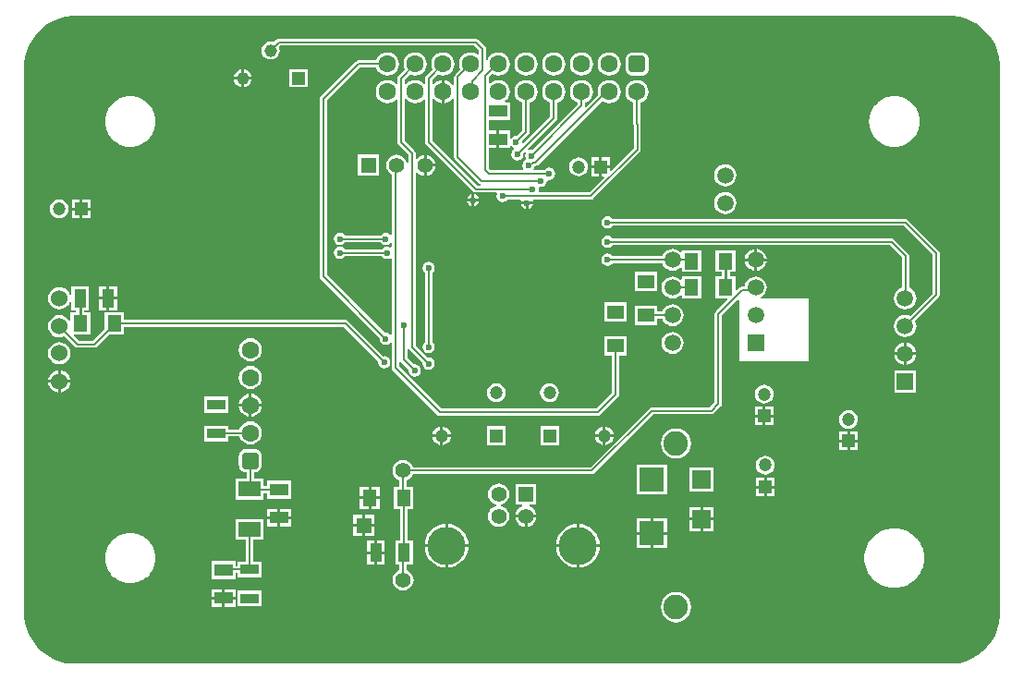
<source format=gbl>
G04*
G04 #@! TF.GenerationSoftware,Altium Limited,Altium Designer,21.3.2 (30)*
G04*
G04 Layer_Physical_Order=2*
G04 Layer_Color=16711680*
%FSLAX25Y25*%
%MOIN*%
G70*
G04*
G04 #@! TF.SameCoordinates,90E1903C-9E0C-4C1D-B8CF-915D6ECFEAAF*
G04*
G04*
G04 #@! TF.FilePolarity,Positive*
G04*
G01*
G75*
%ADD14C,0.00500*%
%ADD15C,0.01000*%
%ADD20R,0.04352X0.06528*%
%ADD26R,0.04724X0.04724*%
%ADD27C,0.04724*%
%ADD30R,0.05984X0.05984*%
%ADD31C,0.05984*%
%ADD32R,0.04528X0.04528*%
%ADD33C,0.04528*%
%ADD38R,0.05591X0.05591*%
%ADD40C,0.05591*%
%ADD41C,0.13780*%
%ADD42R,0.04724X0.04724*%
%ADD44R,0.05512X0.05512*%
%ADD45C,0.05512*%
%ADD50R,0.05906X0.05906*%
%ADD51C,0.05906*%
%ADD52C,0.06299*%
G04:AMPARAMS|DCode=53|XSize=62.99mil|YSize=62.99mil|CornerRadius=15.75mil|HoleSize=0mil|Usage=FLASHONLY|Rotation=90.000|XOffset=0mil|YOffset=0mil|HoleType=Round|Shape=RoundedRectangle|*
%AMROUNDEDRECTD53*
21,1,0.06299,0.03150,0,0,90.0*
21,1,0.03150,0.06299,0,0,90.0*
1,1,0.03150,0.01575,0.01575*
1,1,0.03150,0.01575,-0.01575*
1,1,0.03150,-0.01575,-0.01575*
1,1,0.03150,-0.01575,0.01575*
%
%ADD53ROUNDEDRECTD53*%
G04:AMPARAMS|DCode=54|XSize=62.99mil|YSize=62.99mil|CornerRadius=15.75mil|HoleSize=0mil|Usage=FLASHONLY|Rotation=180.000|XOffset=0mil|YOffset=0mil|HoleType=Round|Shape=RoundedRectangle|*
%AMROUNDEDRECTD54*
21,1,0.06299,0.03150,0,0,180.0*
21,1,0.03150,0.06299,0,0,180.0*
1,1,0.03150,-0.01575,0.01575*
1,1,0.03150,0.01575,0.01575*
1,1,0.03150,0.01575,-0.01575*
1,1,0.03150,-0.01575,-0.01575*
%
%ADD54ROUNDEDRECTD54*%
%ADD55C,0.08858*%
%ADD56C,0.06000*%
%ADD57C,0.02362*%
%ADD58R,0.05906X0.05118*%
%ADD59R,0.06528X0.04352*%
%ADD60R,0.05118X0.05906*%
%ADD61R,0.06528X0.03764*%
%ADD62R,0.07992X0.05512*%
%ADD63R,0.08898X0.08504*%
%ADD64R,0.06614X0.06693*%
G36*
X338259Y234700D02*
X340599Y234073D01*
X342837Y233146D01*
X344935Y231935D01*
X346857Y230460D01*
X348570Y228747D01*
X350045Y226825D01*
X351256Y224727D01*
X352183Y222489D01*
X352810Y220149D01*
X353127Y217747D01*
Y216535D01*
Y19685D01*
Y18474D01*
X352810Y16072D01*
X352183Y13732D01*
X351256Y11494D01*
X350045Y9396D01*
X348570Y7474D01*
X346857Y5761D01*
X344935Y4286D01*
X342837Y3074D01*
X340599Y2147D01*
X338259Y1520D01*
X335857Y1204D01*
X18474D01*
X16072Y1520D01*
X13732Y2147D01*
X11494Y3074D01*
X9396Y4286D01*
X7474Y5761D01*
X5761Y7474D01*
X4286Y9396D01*
X3074Y11494D01*
X2147Y13732D01*
X1520Y16072D01*
X1204Y18474D01*
Y19685D01*
Y216535D01*
Y217747D01*
X1520Y220149D01*
X2147Y222489D01*
X3074Y224727D01*
X4286Y226825D01*
X5761Y228747D01*
X7474Y230460D01*
X9396Y231935D01*
X11494Y233146D01*
X13732Y234073D01*
X16072Y234700D01*
X18474Y235016D01*
X335857D01*
X338259Y234700D01*
D02*
G37*
%LPC*%
G36*
X164000Y226775D02*
X93000D01*
X92512Y226677D01*
X92099Y226401D01*
X91224Y225526D01*
X90852Y225680D01*
X90000Y225792D01*
X89148Y225680D01*
X88354Y225351D01*
X87672Y224828D01*
X87149Y224146D01*
X86820Y223352D01*
X86708Y222500D01*
X86820Y221648D01*
X87149Y220854D01*
X87672Y220172D01*
X88354Y219649D01*
X89148Y219320D01*
X90000Y219208D01*
X90852Y219320D01*
X91646Y219649D01*
X92328Y220172D01*
X92851Y220854D01*
X93180Y221648D01*
X93292Y222500D01*
X93180Y223352D01*
X93026Y223724D01*
X93528Y224225D01*
X163472D01*
X165226Y222472D01*
Y221111D01*
X164725Y220864D01*
X164258Y221223D01*
X163249Y221641D01*
X162165Y221784D01*
X161082Y221641D01*
X160073Y221223D01*
X159206Y220558D01*
X158541Y219691D01*
X158123Y218682D01*
X157980Y217598D01*
X158123Y216515D01*
X158461Y215697D01*
X156599Y213834D01*
X156323Y213421D01*
X156226Y212933D01*
Y209909D01*
X156059Y209825D01*
X155726Y209775D01*
X155125Y210558D01*
X154258Y211223D01*
X153249Y211641D01*
X152665Y211718D01*
Y207598D01*
Y203479D01*
X153249Y203556D01*
X154258Y203974D01*
X155125Y204639D01*
X155726Y205422D01*
X156059Y205371D01*
X156226Y205288D01*
Y184000D01*
X156323Y183512D01*
X156599Y183099D01*
X165099Y174599D01*
X165512Y174322D01*
X165754Y174275D01*
X165705Y173775D01*
X164528D01*
X148275Y190028D01*
Y205031D01*
X148775Y205201D01*
X149206Y204639D01*
X150073Y203974D01*
X151082Y203556D01*
X151665Y203479D01*
Y207598D01*
Y211718D01*
X151082Y211641D01*
X150073Y211223D01*
X149206Y210558D01*
X148775Y209996D01*
X148275Y210166D01*
Y211905D01*
X150264Y213895D01*
X151082Y213556D01*
X152165Y213413D01*
X153249Y213556D01*
X154258Y213974D01*
X155125Y214639D01*
X155790Y215506D01*
X156208Y216515D01*
X156351Y217598D01*
X156208Y218682D01*
X155790Y219691D01*
X155125Y220558D01*
X154258Y221223D01*
X153249Y221641D01*
X152165Y221784D01*
X151082Y221641D01*
X150073Y221223D01*
X149206Y220558D01*
X148541Y219691D01*
X148123Y218682D01*
X147980Y217598D01*
X148123Y216515D01*
X148461Y215697D01*
X146099Y213334D01*
X145823Y212921D01*
X145726Y212433D01*
Y210553D01*
X145252Y210392D01*
X145125Y210558D01*
X144258Y211223D01*
X143249Y211641D01*
X142165Y211784D01*
X141082Y211641D01*
X140073Y211223D01*
X139206Y210558D01*
X138775Y209996D01*
X138275Y210166D01*
Y211905D01*
X140264Y213895D01*
X141082Y213556D01*
X142165Y213413D01*
X143249Y213556D01*
X144258Y213974D01*
X145125Y214639D01*
X145790Y215506D01*
X146208Y216515D01*
X146351Y217598D01*
X146208Y218682D01*
X145790Y219691D01*
X145125Y220558D01*
X144258Y221223D01*
X143249Y221641D01*
X142165Y221784D01*
X141082Y221641D01*
X140073Y221223D01*
X139206Y220558D01*
X138541Y219691D01*
X138123Y218682D01*
X137980Y217598D01*
X138123Y216515D01*
X138461Y215697D01*
X136099Y213334D01*
X135822Y212921D01*
X135725Y212433D01*
Y210553D01*
X135252Y210392D01*
X135125Y210558D01*
X134258Y211223D01*
X133249Y211641D01*
X132165Y211784D01*
X131082Y211641D01*
X130073Y211223D01*
X129206Y210558D01*
X128541Y209691D01*
X128123Y208682D01*
X127980Y207598D01*
X128123Y206515D01*
X128541Y205506D01*
X129206Y204639D01*
X130073Y203974D01*
X131082Y203556D01*
X132165Y203413D01*
X133249Y203556D01*
X134258Y203974D01*
X135125Y204639D01*
X135252Y204805D01*
X135725Y204644D01*
Y189500D01*
X135822Y189012D01*
X136099Y188599D01*
X139725Y184972D01*
Y181971D01*
X139225Y181938D01*
X139207Y182083D01*
X138828Y182996D01*
X138226Y183781D01*
X137441Y184383D01*
X136528Y184762D01*
X135547Y184891D01*
X134567Y184762D01*
X133653Y184383D01*
X132869Y183781D01*
X132266Y182996D01*
X131888Y182083D01*
X131759Y181102D01*
X131888Y180122D01*
X132266Y179208D01*
X132869Y178424D01*
X133653Y177822D01*
X133726Y177792D01*
Y155995D01*
X133226Y155843D01*
X133072Y156072D01*
X132351Y156554D01*
X131500Y156724D01*
X130649Y156554D01*
X129928Y156072D01*
X129728Y155774D01*
X116772D01*
X116572Y156072D01*
X115851Y156554D01*
X115000Y156724D01*
X114149Y156554D01*
X113427Y156072D01*
X112945Y155351D01*
X112776Y154500D01*
X112945Y153649D01*
X113427Y152927D01*
X114149Y152445D01*
X115000Y152276D01*
X115851Y152445D01*
X116572Y152927D01*
X116772Y153226D01*
X129728D01*
X129928Y152927D01*
X130649Y152445D01*
X131500Y152276D01*
X132351Y152445D01*
X133072Y152927D01*
X133226Y153156D01*
X133726Y153005D01*
Y151572D01*
X133226Y151304D01*
X132851Y151555D01*
X132000Y151724D01*
X131149Y151555D01*
X130428Y151073D01*
X130228Y150775D01*
X116772D01*
X116572Y151073D01*
X115851Y151555D01*
X115000Y151724D01*
X114149Y151555D01*
X113427Y151073D01*
X112945Y150351D01*
X112776Y149500D01*
X112945Y148649D01*
X113427Y147927D01*
X114149Y147445D01*
X115000Y147276D01*
X115851Y147445D01*
X116572Y147927D01*
X116772Y148225D01*
X130228D01*
X130428Y147927D01*
X131149Y147445D01*
X132000Y147276D01*
X132851Y147445D01*
X133226Y147696D01*
X133726Y147428D01*
Y119995D01*
X133226Y119843D01*
X133072Y120072D01*
X132351Y120554D01*
X131500Y120724D01*
X131149Y120654D01*
X110275Y141528D01*
Y204472D01*
X122126Y216324D01*
X128202D01*
X128541Y215506D01*
X129206Y214639D01*
X130073Y213974D01*
X131082Y213556D01*
X132165Y213413D01*
X133249Y213556D01*
X134258Y213974D01*
X135125Y214639D01*
X135790Y215506D01*
X136208Y216515D01*
X136351Y217598D01*
X136208Y218682D01*
X135790Y219691D01*
X135125Y220558D01*
X134258Y221223D01*
X133249Y221641D01*
X132165Y221784D01*
X131082Y221641D01*
X130073Y221223D01*
X129206Y220558D01*
X128541Y219691D01*
X128202Y218873D01*
X121598D01*
X121111Y218776D01*
X120697Y218500D01*
X108099Y205901D01*
X107823Y205488D01*
X107726Y205000D01*
Y141000D01*
X107823Y140512D01*
X108099Y140099D01*
X129346Y118851D01*
X129276Y118500D01*
X129446Y117649D01*
X129928Y116928D01*
X130649Y116446D01*
X131500Y116276D01*
X132351Y116446D01*
X133072Y116928D01*
X133226Y117157D01*
X133726Y117005D01*
Y108000D01*
X133823Y107512D01*
X134099Y107099D01*
X150099Y91099D01*
X150512Y90822D01*
X151000Y90725D01*
X208000D01*
X208488Y90822D01*
X208901Y91099D01*
X215401Y97599D01*
X215677Y98012D01*
X215774Y98500D01*
Y112339D01*
X218453D01*
Y119457D01*
X210547D01*
Y112339D01*
X213226D01*
Y99028D01*
X207472Y93274D01*
X151528D01*
X136275Y108528D01*
Y110705D01*
X136775Y110754D01*
X136822Y110512D01*
X137099Y110099D01*
X139846Y107352D01*
X139776Y107000D01*
X139945Y106149D01*
X140427Y105428D01*
X141149Y104946D01*
X142000Y104776D01*
X142851Y104946D01*
X143572Y105428D01*
X144054Y106149D01*
X144224Y107000D01*
X144054Y107851D01*
X143572Y108572D01*
X142851Y109055D01*
X142000Y109224D01*
X141648Y109154D01*
X139275Y111528D01*
Y115205D01*
X139775Y115254D01*
X139822Y115012D01*
X140099Y114599D01*
X144846Y109852D01*
X144776Y109500D01*
X144946Y108649D01*
X145428Y107928D01*
X146149Y107446D01*
X147000Y107276D01*
X147851Y107446D01*
X148573Y107928D01*
X149055Y108649D01*
X149224Y109500D01*
X149055Y110351D01*
X148573Y111073D01*
X147851Y111555D01*
X147000Y111724D01*
X146649Y111654D01*
X142274Y116028D01*
Y178684D01*
X142774Y178854D01*
X143105Y178424D01*
X143889Y177822D01*
X144803Y177443D01*
X145283Y177380D01*
Y181102D01*
Y184825D01*
X144803Y184762D01*
X143889Y184383D01*
X143105Y183781D01*
X142774Y183351D01*
X142274Y183520D01*
Y185500D01*
X142177Y185988D01*
X141901Y186401D01*
X138275Y190028D01*
Y205031D01*
X138775Y205201D01*
X139206Y204639D01*
X140073Y203974D01*
X141082Y203556D01*
X142165Y203413D01*
X143249Y203556D01*
X144258Y203974D01*
X145125Y204639D01*
X145252Y204805D01*
X145726Y204644D01*
Y189500D01*
X145823Y189012D01*
X146099Y188599D01*
X163099Y171599D01*
X163512Y171323D01*
X164000Y171226D01*
X171308D01*
X171588Y170726D01*
X171444Y170000D01*
X171613Y169149D01*
X172095Y168428D01*
X172817Y167946D01*
X173668Y167776D01*
X174519Y167946D01*
X175240Y168428D01*
X175439Y168726D01*
X180140D01*
X180420Y168226D01*
X180376Y168000D01*
X184624D01*
X184580Y168226D01*
X184860Y168726D01*
X205500D01*
X205988Y168823D01*
X206401Y169099D01*
X223194Y185892D01*
X223470Y186305D01*
X223567Y186793D01*
Y195792D01*
X223470Y196280D01*
X223440Y196326D01*
Y203635D01*
X224258Y203974D01*
X225125Y204639D01*
X225790Y205506D01*
X226208Y206515D01*
X226351Y207598D01*
X226208Y208682D01*
X225790Y209691D01*
X225125Y210558D01*
X224258Y211223D01*
X223249Y211641D01*
X222165Y211784D01*
X221082Y211641D01*
X220073Y211223D01*
X219206Y210558D01*
X218541Y209691D01*
X218123Y208682D01*
X217980Y207598D01*
X218123Y206515D01*
X218541Y205506D01*
X219206Y204639D01*
X220073Y203974D01*
X220891Y203635D01*
Y195920D01*
X220988Y195432D01*
X221018Y195387D01*
Y187321D01*
X212824Y179127D01*
X212362Y179318D01*
Y180000D01*
X209500D01*
Y177138D01*
X210182D01*
X210373Y176676D01*
X204972Y171274D01*
X186860D01*
X186580Y171774D01*
X186724Y172500D01*
X186637Y172938D01*
X187062Y173363D01*
X187500Y173276D01*
X188351Y173445D01*
X189073Y173927D01*
X189555Y174649D01*
X189716Y175461D01*
X189724Y175500D01*
X190165Y175843D01*
X190500Y175776D01*
X191351Y175945D01*
X192072Y176427D01*
X192554Y177149D01*
X192724Y178000D01*
X192554Y178851D01*
X192072Y179572D01*
X191351Y180054D01*
X190500Y180224D01*
X189649Y180054D01*
X188927Y179572D01*
X188728Y179274D01*
X185072D01*
X184804Y179774D01*
X185055Y180149D01*
X185183Y180794D01*
X185569D01*
X186057Y180891D01*
X186470Y181168D01*
X209622Y204320D01*
X210073Y203974D01*
X211082Y203556D01*
X212165Y203413D01*
X213249Y203556D01*
X214258Y203974D01*
X215125Y204639D01*
X215790Y205506D01*
X216208Y206515D01*
X216351Y207598D01*
X216208Y208682D01*
X215790Y209691D01*
X215125Y210558D01*
X214258Y211223D01*
X213249Y211641D01*
X212165Y211784D01*
X211082Y211641D01*
X210073Y211223D01*
X209206Y210558D01*
X208541Y209691D01*
X208123Y208682D01*
X207980Y207598D01*
X208123Y206515D01*
X208149Y206451D01*
X203847Y202149D01*
X203386Y202396D01*
X203440Y202665D01*
Y203635D01*
X204258Y203974D01*
X205125Y204639D01*
X205790Y205506D01*
X206208Y206515D01*
X206351Y207598D01*
X206208Y208682D01*
X205790Y209691D01*
X205125Y210558D01*
X204258Y211223D01*
X203249Y211641D01*
X202165Y211784D01*
X201082Y211641D01*
X200073Y211223D01*
X199206Y210558D01*
X198541Y209691D01*
X198123Y208682D01*
X197980Y207598D01*
X198123Y206515D01*
X198541Y205506D01*
X199206Y204639D01*
X200073Y203974D01*
X200820Y203664D01*
X200870Y203173D01*
X184352Y186654D01*
X184000Y186724D01*
X183149Y186555D01*
X182893Y186384D01*
X182574Y186772D01*
X193067Y197264D01*
X193343Y197678D01*
X193440Y198165D01*
Y203635D01*
X194258Y203974D01*
X195125Y204639D01*
X195790Y205506D01*
X196208Y206515D01*
X196351Y207598D01*
X196208Y208682D01*
X195790Y209691D01*
X195125Y210558D01*
X194258Y211223D01*
X193249Y211641D01*
X192165Y211784D01*
X191082Y211641D01*
X190073Y211223D01*
X189206Y210558D01*
X188541Y209691D01*
X188123Y208682D01*
X187980Y207598D01*
X188123Y206515D01*
X188541Y205506D01*
X189206Y204639D01*
X190073Y203974D01*
X190891Y203635D01*
Y198693D01*
X181118Y188921D01*
X180658Y189167D01*
X180724Y189500D01*
X180654Y189851D01*
X183067Y192264D01*
X183343Y192678D01*
X183440Y193165D01*
Y203635D01*
X184258Y203974D01*
X185125Y204639D01*
X185790Y205506D01*
X186208Y206515D01*
X186351Y207598D01*
X186208Y208682D01*
X185790Y209691D01*
X185125Y210558D01*
X184258Y211223D01*
X183249Y211641D01*
X182165Y211784D01*
X181082Y211641D01*
X180073Y211223D01*
X179206Y210558D01*
X178541Y209691D01*
X178123Y208682D01*
X177980Y207598D01*
X178123Y206515D01*
X178541Y205506D01*
X179206Y204639D01*
X180073Y203974D01*
X180891Y203635D01*
Y193693D01*
X178851Y191654D01*
X178500Y191724D01*
X177649Y191554D01*
X176927Y191072D01*
X176764Y190828D01*
X176264Y190980D01*
Y193651D01*
X172500D01*
Y190475D01*
Y187299D01*
X176264D01*
Y188020D01*
X176764Y188172D01*
X176927Y187927D01*
X177649Y187445D01*
X177792Y187417D01*
X177897Y186886D01*
X177427Y186573D01*
X176945Y185851D01*
X176776Y185000D01*
X176945Y184149D01*
X177427Y183428D01*
X178149Y182946D01*
X179000Y182776D01*
X179851Y182946D01*
X180572Y183428D01*
X181054Y184149D01*
X181224Y185000D01*
X181154Y185352D01*
X181728Y185926D01*
X182116Y185607D01*
X181946Y185351D01*
X181776Y184500D01*
X181946Y183649D01*
X182042Y183504D01*
X181904Y182891D01*
X181428Y182572D01*
X180946Y181851D01*
X180776Y181000D01*
X180946Y180149D01*
X181196Y179774D01*
X180928Y179274D01*
X169321D01*
X168774Y179821D01*
Y187299D01*
X171500D01*
Y190475D01*
Y193651D01*
X168774D01*
Y197349D01*
X176264D01*
Y203701D01*
X174724D01*
X174555Y204201D01*
X175125Y204639D01*
X175790Y205506D01*
X176208Y206515D01*
X176351Y207598D01*
X176208Y208682D01*
X175790Y209691D01*
X175125Y210558D01*
X174258Y211223D01*
X173249Y211641D01*
X172165Y211784D01*
X171082Y211641D01*
X170073Y211223D01*
X169274Y210611D01*
X168774Y210735D01*
Y212972D01*
X169905Y214103D01*
X170073Y213974D01*
X171082Y213556D01*
X172165Y213413D01*
X173249Y213556D01*
X174258Y213974D01*
X175125Y214639D01*
X175790Y215506D01*
X176208Y216515D01*
X176351Y217598D01*
X176208Y218682D01*
X175790Y219691D01*
X175125Y220558D01*
X174258Y221223D01*
X173249Y221641D01*
X172165Y221784D01*
X171082Y221641D01*
X170073Y221223D01*
X169206Y220558D01*
X168541Y219691D01*
X168274Y219049D01*
X167774Y219148D01*
Y223000D01*
X167677Y223488D01*
X167401Y223901D01*
X164901Y226401D01*
X164488Y226677D01*
X164000Y226775D01*
D02*
G37*
G36*
X223740Y221770D02*
X220590D01*
X219918Y221682D01*
X219292Y221422D01*
X218754Y221010D01*
X218341Y220472D01*
X218082Y219845D01*
X217993Y219173D01*
Y216024D01*
X218082Y215352D01*
X218341Y214725D01*
X218754Y214187D01*
X219292Y213774D01*
X219918Y213515D01*
X220590Y213427D01*
X223740D01*
X224412Y213515D01*
X225039Y213774D01*
X225576Y214187D01*
X225989Y214725D01*
X226249Y215352D01*
X226337Y216024D01*
Y219173D01*
X226249Y219845D01*
X225989Y220472D01*
X225576Y221010D01*
X225039Y221422D01*
X224412Y221682D01*
X223740Y221770D01*
D02*
G37*
G36*
X212165Y221784D02*
X211082Y221641D01*
X210073Y221223D01*
X209206Y220558D01*
X208541Y219691D01*
X208123Y218682D01*
X207980Y217598D01*
X208123Y216515D01*
X208541Y215506D01*
X209206Y214639D01*
X210073Y213974D01*
X211082Y213556D01*
X212165Y213413D01*
X213249Y213556D01*
X214258Y213974D01*
X215125Y214639D01*
X215790Y215506D01*
X216208Y216515D01*
X216351Y217598D01*
X216208Y218682D01*
X215790Y219691D01*
X215125Y220558D01*
X214258Y221223D01*
X213249Y221641D01*
X212165Y221784D01*
D02*
G37*
G36*
X202165D02*
X201082Y221641D01*
X200073Y221223D01*
X199206Y220558D01*
X198541Y219691D01*
X198123Y218682D01*
X197980Y217598D01*
X198123Y216515D01*
X198541Y215506D01*
X199206Y214639D01*
X200073Y213974D01*
X201082Y213556D01*
X202165Y213413D01*
X203249Y213556D01*
X204258Y213974D01*
X205125Y214639D01*
X205790Y215506D01*
X206208Y216515D01*
X206351Y217598D01*
X206208Y218682D01*
X205790Y219691D01*
X205125Y220558D01*
X204258Y221223D01*
X203249Y221641D01*
X202165Y221784D01*
D02*
G37*
G36*
X192165D02*
X191082Y221641D01*
X190073Y221223D01*
X189206Y220558D01*
X188541Y219691D01*
X188123Y218682D01*
X187980Y217598D01*
X188123Y216515D01*
X188541Y215506D01*
X189206Y214639D01*
X190073Y213974D01*
X191082Y213556D01*
X192165Y213413D01*
X193249Y213556D01*
X194258Y213974D01*
X195125Y214639D01*
X195790Y215506D01*
X196208Y216515D01*
X196351Y217598D01*
X196208Y218682D01*
X195790Y219691D01*
X195125Y220558D01*
X194258Y221223D01*
X193249Y221641D01*
X192165Y221784D01*
D02*
G37*
G36*
X182165D02*
X181082Y221641D01*
X180073Y221223D01*
X179206Y220558D01*
X178541Y219691D01*
X178123Y218682D01*
X177980Y217598D01*
X178123Y216515D01*
X178541Y215506D01*
X179206Y214639D01*
X180073Y213974D01*
X181082Y213556D01*
X182165Y213413D01*
X183249Y213556D01*
X184258Y213974D01*
X185125Y214639D01*
X185790Y215506D01*
X186208Y216515D01*
X186351Y217598D01*
X186208Y218682D01*
X185790Y219691D01*
X185125Y220558D01*
X184258Y221223D01*
X183249Y221641D01*
X182165Y221784D01*
D02*
G37*
G36*
X80500Y215726D02*
Y213000D01*
X83226D01*
X83180Y213352D01*
X82851Y214146D01*
X82328Y214828D01*
X81646Y215351D01*
X80852Y215680D01*
X80500Y215726D01*
D02*
G37*
G36*
X79500D02*
X79148Y215680D01*
X78354Y215351D01*
X77672Y214828D01*
X77149Y214146D01*
X76820Y213352D01*
X76774Y213000D01*
X79500D01*
Y215726D01*
D02*
G37*
G36*
X83226Y212000D02*
X80500D01*
Y209274D01*
X80852Y209320D01*
X81646Y209649D01*
X82328Y210172D01*
X82851Y210854D01*
X83180Y211648D01*
X83226Y212000D01*
D02*
G37*
G36*
X79500D02*
X76774D01*
X76820Y211648D01*
X77149Y210854D01*
X77672Y210172D01*
X78354Y209649D01*
X79148Y209320D01*
X79500Y209274D01*
Y212000D01*
D02*
G37*
G36*
X103264Y215764D02*
X96736D01*
Y209236D01*
X103264D01*
Y215764D01*
D02*
G37*
G36*
X315736Y205929D02*
X314185D01*
X314069Y205906D01*
X313950D01*
X312429Y205603D01*
X312319Y205557D01*
X312203Y205534D01*
X310770Y204941D01*
X310671Y204875D01*
X310562Y204830D01*
X309272Y203968D01*
X309188Y203884D01*
X309090Y203818D01*
X307993Y202721D01*
X307927Y202623D01*
X307843Y202539D01*
X306981Y201249D01*
X306936Y201140D01*
X306870Y201041D01*
X306277Y199608D01*
X306254Y199492D01*
X306208Y199382D01*
X305906Y197861D01*
Y197742D01*
X305882Y197626D01*
Y196075D01*
X305906Y195958D01*
Y195840D01*
X306208Y194319D01*
X306254Y194209D01*
X306277Y194093D01*
X306870Y192660D01*
X306936Y192561D01*
X306981Y192452D01*
X307843Y191162D01*
X307927Y191078D01*
X307993Y190980D01*
X309090Y189883D01*
X309188Y189817D01*
X309272Y189733D01*
X310562Y188871D01*
X310671Y188826D01*
X310770Y188760D01*
X312203Y188166D01*
X312319Y188143D01*
X312429Y188098D01*
X313950Y187795D01*
X314069D01*
X314185Y187772D01*
X315736D01*
X315852Y187795D01*
X315971D01*
X317492Y188098D01*
X317602Y188143D01*
X317718Y188166D01*
X319151Y188760D01*
X319250Y188826D01*
X319359Y188871D01*
X320649Y189733D01*
X320733Y189817D01*
X320832Y189883D01*
X321928Y190980D01*
X321994Y191078D01*
X322078Y191162D01*
X322940Y192452D01*
X322985Y192561D01*
X323051Y192660D01*
X323645Y194093D01*
X323668Y194209D01*
X323713Y194319D01*
X324016Y195840D01*
Y195958D01*
X324039Y196075D01*
Y197626D01*
X324016Y197742D01*
Y197861D01*
X323713Y199382D01*
X323668Y199492D01*
X323645Y199608D01*
X323051Y201041D01*
X322985Y201140D01*
X322940Y201249D01*
X322078Y202539D01*
X321994Y202623D01*
X321928Y202721D01*
X320832Y203818D01*
X320733Y203884D01*
X320649Y203968D01*
X319359Y204830D01*
X319250Y204875D01*
X319151Y204941D01*
X317718Y205534D01*
X317602Y205557D01*
X317492Y205603D01*
X315971Y205906D01*
X315852D01*
X315736Y205929D01*
D02*
G37*
G36*
X40146D02*
X38594D01*
X38478Y205906D01*
X38360D01*
X36838Y205603D01*
X36729Y205557D01*
X36612Y205534D01*
X35179Y204941D01*
X35081Y204875D01*
X34971Y204830D01*
X33682Y203968D01*
X33598Y203884D01*
X33499Y203818D01*
X32402Y202721D01*
X32337Y202623D01*
X32253Y202539D01*
X31391Y201249D01*
X31345Y201140D01*
X31280Y201041D01*
X30686Y199608D01*
X30663Y199492D01*
X30617Y199382D01*
X30315Y197861D01*
Y197742D01*
X30292Y197626D01*
Y196075D01*
X30315Y195958D01*
Y195840D01*
X30617Y194319D01*
X30663Y194209D01*
X30686Y194093D01*
X31280Y192660D01*
X31345Y192561D01*
X31391Y192452D01*
X32253Y191162D01*
X32337Y191078D01*
X32402Y190980D01*
X33499Y189883D01*
X33598Y189817D01*
X33682Y189733D01*
X34971Y188871D01*
X35081Y188826D01*
X35179Y188760D01*
X36612Y188166D01*
X36729Y188143D01*
X36838Y188098D01*
X38360Y187795D01*
X38478D01*
X38594Y187772D01*
X40146D01*
X40262Y187795D01*
X40380D01*
X41902Y188098D01*
X42011Y188143D01*
X42128Y188166D01*
X43561Y188760D01*
X43659Y188826D01*
X43769Y188871D01*
X45059Y189733D01*
X45142Y189817D01*
X45241Y189883D01*
X46338Y190980D01*
X46404Y191078D01*
X46488Y191162D01*
X47349Y192452D01*
X47395Y192561D01*
X47460Y192660D01*
X48054Y194093D01*
X48077Y194209D01*
X48123Y194319D01*
X48425Y195840D01*
Y195958D01*
X48448Y196075D01*
Y197626D01*
X48425Y197742D01*
Y197861D01*
X48123Y199382D01*
X48077Y199492D01*
X48054Y199608D01*
X47460Y201041D01*
X47395Y201140D01*
X47349Y201249D01*
X46488Y202539D01*
X46404Y202623D01*
X46338Y202721D01*
X45241Y203818D01*
X45142Y203884D01*
X45059Y203968D01*
X43769Y204830D01*
X43659Y204875D01*
X43561Y204941D01*
X42128Y205534D01*
X42011Y205557D01*
X41902Y205603D01*
X40380Y205906D01*
X40262D01*
X40146Y205929D01*
D02*
G37*
G36*
X146283Y184825D02*
Y181602D01*
X149506D01*
X149443Y182083D01*
X149064Y182996D01*
X148462Y183781D01*
X147678Y184383D01*
X146764Y184762D01*
X146283Y184825D01*
D02*
G37*
G36*
X212362Y183862D02*
X209500D01*
Y181000D01*
X212362D01*
Y183862D01*
D02*
G37*
G36*
X208500D02*
X205638D01*
Y181000D01*
X208500D01*
Y183862D01*
D02*
G37*
G36*
X149506Y180602D02*
X146283D01*
Y177380D01*
X146764Y177443D01*
X147678Y177822D01*
X148462Y178424D01*
X149064Y179208D01*
X149443Y180122D01*
X149506Y180602D01*
D02*
G37*
G36*
X129067Y184858D02*
X121555D01*
Y177347D01*
X129067D01*
Y184858D01*
D02*
G37*
G36*
X208500Y180000D02*
X205638D01*
Y177138D01*
X208500D01*
Y180000D01*
D02*
G37*
G36*
X201126Y183891D02*
X200248Y183776D01*
X199430Y183437D01*
X198728Y182898D01*
X198189Y182196D01*
X197850Y181378D01*
X197735Y180500D01*
X197850Y179622D01*
X198189Y178804D01*
X198728Y178102D01*
X199430Y177563D01*
X200248Y177224D01*
X201126Y177109D01*
X202004Y177224D01*
X202822Y177563D01*
X203524Y178102D01*
X204063Y178804D01*
X204402Y179622D01*
X204517Y180500D01*
X204402Y181378D01*
X204063Y182196D01*
X203524Y182898D01*
X202822Y183437D01*
X202004Y183776D01*
X201126Y183891D01*
D02*
G37*
G36*
X254000Y181487D02*
X252968Y181351D01*
X252007Y180953D01*
X251181Y180319D01*
X250547Y179493D01*
X250149Y178532D01*
X250013Y177500D01*
X250149Y176468D01*
X250547Y175507D01*
X251181Y174681D01*
X252007Y174047D01*
X252968Y173649D01*
X254000Y173513D01*
X255032Y173649D01*
X255993Y174047D01*
X256819Y174681D01*
X257453Y175507D01*
X257851Y176468D01*
X257987Y177500D01*
X257851Y178532D01*
X257453Y179493D01*
X256819Y180319D01*
X255993Y180953D01*
X255032Y181351D01*
X254000Y181487D01*
D02*
G37*
G36*
X163500Y170624D02*
Y169000D01*
X165124D01*
X165055Y169351D01*
X164573Y170072D01*
X163851Y170554D01*
X163500Y170624D01*
D02*
G37*
G36*
X162500D02*
X162149Y170554D01*
X161427Y170072D01*
X160945Y169351D01*
X160876Y169000D01*
X162500D01*
Y170624D01*
D02*
G37*
G36*
X165124Y168000D02*
X163500D01*
Y166376D01*
X163851Y166446D01*
X164573Y166928D01*
X165055Y167649D01*
X165124Y168000D01*
D02*
G37*
G36*
X162500D02*
X160876D01*
X160945Y167649D01*
X161427Y166928D01*
X162149Y166446D01*
X162500Y166376D01*
Y168000D01*
D02*
G37*
G36*
X25016Y168717D02*
X22154D01*
Y165854D01*
X25016D01*
Y168717D01*
D02*
G37*
G36*
X21154D02*
X18291D01*
Y165854D01*
X21154D01*
Y168717D01*
D02*
G37*
G36*
X184624Y167000D02*
X183000D01*
Y165376D01*
X183351Y165445D01*
X184072Y165928D01*
X184555Y166649D01*
X184624Y167000D01*
D02*
G37*
G36*
X182000D02*
X180376D01*
X180446Y166649D01*
X180928Y165928D01*
X181649Y165445D01*
X182000Y165376D01*
Y167000D01*
D02*
G37*
G36*
X254000Y171487D02*
X252968Y171351D01*
X252007Y170953D01*
X251181Y170319D01*
X250547Y169493D01*
X250149Y168532D01*
X250013Y167500D01*
X250149Y166468D01*
X250547Y165507D01*
X251181Y164681D01*
X252007Y164047D01*
X252968Y163649D01*
X254000Y163513D01*
X255032Y163649D01*
X255993Y164047D01*
X256819Y164681D01*
X257453Y165507D01*
X257851Y166468D01*
X257987Y167500D01*
X257851Y168532D01*
X257453Y169493D01*
X256819Y170319D01*
X255993Y170953D01*
X255032Y171351D01*
X254000Y171487D01*
D02*
G37*
G36*
X25016Y164854D02*
X22154D01*
Y161992D01*
X25016D01*
Y164854D01*
D02*
G37*
G36*
X21154D02*
X18291D01*
Y161992D01*
X21154D01*
Y164854D01*
D02*
G37*
G36*
X13780Y168746D02*
X12902Y168630D01*
X12084Y168291D01*
X11382Y167752D01*
X10843Y167050D01*
X10504Y166232D01*
X10388Y165354D01*
X10504Y164477D01*
X10843Y163659D01*
X11382Y162956D01*
X12084Y162417D01*
X12902Y162079D01*
X13780Y161963D01*
X14657Y162079D01*
X15475Y162417D01*
X16177Y162956D01*
X16716Y163659D01*
X17055Y164477D01*
X17171Y165354D01*
X17055Y166232D01*
X16716Y167050D01*
X16177Y167752D01*
X15475Y168291D01*
X14657Y168630D01*
X13780Y168746D01*
D02*
G37*
G36*
X235000Y150987D02*
X233968Y150851D01*
X233007Y150453D01*
X232181Y149819D01*
X231547Y148993D01*
X231249Y148275D01*
X213272D01*
X213072Y148573D01*
X212351Y149055D01*
X211500Y149224D01*
X210649Y149055D01*
X209928Y148573D01*
X209445Y147851D01*
X209276Y147000D01*
X209445Y146149D01*
X209928Y145428D01*
X210649Y144946D01*
X211500Y144776D01*
X212351Y144946D01*
X213072Y145428D01*
X213272Y145726D01*
X231249D01*
X231547Y145007D01*
X232181Y144181D01*
X233007Y143547D01*
X233968Y143149D01*
X235000Y143013D01*
X236032Y143149D01*
X236993Y143547D01*
X237819Y144181D01*
X237865Y144241D01*
X238339Y144080D01*
Y142547D01*
X245457D01*
Y150453D01*
X238339D01*
Y149920D01*
X237865Y149759D01*
X237819Y149819D01*
X236993Y150453D01*
X236032Y150851D01*
X235000Y150987D01*
D02*
G37*
G36*
X265500Y150921D02*
Y147500D01*
X268921D01*
X268851Y148032D01*
X268453Y148993D01*
X267819Y149819D01*
X266993Y150453D01*
X266032Y150851D01*
X265500Y150921D01*
D02*
G37*
G36*
X264500D02*
X263968Y150851D01*
X263007Y150453D01*
X262181Y149819D01*
X261547Y148993D01*
X261149Y148032D01*
X261079Y147500D01*
X264500D01*
Y150921D01*
D02*
G37*
G36*
X268921Y146500D02*
X265500D01*
Y143079D01*
X266032Y143149D01*
X266993Y143547D01*
X267819Y144181D01*
X268453Y145007D01*
X268851Y145968D01*
X268921Y146500D01*
D02*
G37*
G36*
X264500D02*
X261079D01*
X261149Y145968D01*
X261547Y145007D01*
X262181Y144181D01*
X263007Y143547D01*
X263968Y143149D01*
X264500Y143079D01*
Y146500D01*
D02*
G37*
G36*
X229453Y142661D02*
X221547D01*
Y135543D01*
X229453D01*
Y142661D01*
D02*
G37*
G36*
X24529Y137335D02*
X18177D01*
Y134186D01*
X17677Y134153D01*
X17677Y134154D01*
X17274Y135127D01*
X16632Y135963D01*
X15797Y136604D01*
X14824Y137007D01*
X13780Y137145D01*
X12735Y137007D01*
X11762Y136604D01*
X10927Y135963D01*
X10285Y135127D01*
X9883Y134154D01*
X9745Y133110D01*
X9883Y132066D01*
X10285Y131093D01*
X10927Y130257D01*
X11762Y129616D01*
X12735Y129213D01*
X13780Y129076D01*
X14824Y129213D01*
X15797Y129616D01*
X16632Y130257D01*
X17274Y131093D01*
X17677Y132066D01*
X17677Y132067D01*
X18177Y132034D01*
Y128807D01*
X19824D01*
Y127969D01*
X17898D01*
Y124809D01*
X17398Y124710D01*
X17274Y125009D01*
X16632Y125845D01*
X15797Y126486D01*
X14824Y126889D01*
X13780Y127027D01*
X12735Y126889D01*
X11762Y126486D01*
X10927Y125845D01*
X10285Y125009D01*
X9883Y124036D01*
X9745Y122992D01*
X9883Y121948D01*
X10285Y120975D01*
X10927Y120139D01*
X11762Y119498D01*
X12735Y119095D01*
X13780Y118958D01*
X14824Y119095D01*
X15566Y119403D01*
X19371Y115599D01*
X19784Y115322D01*
X20272Y115226D01*
X26539D01*
X27027Y115322D01*
X27441Y115599D01*
X31905Y120063D01*
X37220D01*
Y122741D01*
X116456D01*
X128846Y110352D01*
X128776Y110000D01*
X128946Y109149D01*
X129428Y108428D01*
X130149Y107946D01*
X131000Y107776D01*
X131851Y107946D01*
X132572Y108428D01*
X133054Y109149D01*
X133224Y110000D01*
X133054Y110851D01*
X132572Y111573D01*
X131851Y112055D01*
X131000Y112224D01*
X130649Y112154D01*
X117885Y124917D01*
X117472Y125193D01*
X116984Y125290D01*
X37220D01*
Y127969D01*
X30102D01*
Y121865D01*
X26011Y117774D01*
X20800D01*
X18973Y119601D01*
X19164Y120063D01*
X25016D01*
Y127969D01*
X22882D01*
Y128807D01*
X24529D01*
Y137335D01*
D02*
G37*
G36*
X34579D02*
X31903D01*
Y133571D01*
X34579D01*
Y137335D01*
D02*
G37*
G36*
X30903D02*
X28227D01*
Y133571D01*
X30903D01*
Y137335D01*
D02*
G37*
G36*
X235000Y140987D02*
X233968Y140851D01*
X233007Y140453D01*
X232181Y139819D01*
X231547Y138993D01*
X231149Y138032D01*
X231013Y137000D01*
X231149Y135968D01*
X231547Y135007D01*
X232181Y134181D01*
X233007Y133547D01*
X233968Y133149D01*
X235000Y133013D01*
X236032Y133149D01*
X236993Y133547D01*
X237819Y134181D01*
X237865Y134241D01*
X238339Y134080D01*
Y133047D01*
X245457D01*
Y140953D01*
X238339D01*
Y139920D01*
X237865Y139759D01*
X237819Y139819D01*
X236993Y140453D01*
X236032Y140851D01*
X235000Y140987D01*
D02*
G37*
G36*
X211500Y155724D02*
X210649Y155554D01*
X209928Y155072D01*
X209445Y154351D01*
X209276Y153500D01*
X209445Y152649D01*
X209928Y151927D01*
X210649Y151445D01*
X211500Y151276D01*
X212351Y151445D01*
X213072Y151927D01*
X213272Y152225D01*
X313472D01*
X317725Y147972D01*
Y136946D01*
X316884Y136597D01*
X316050Y135957D01*
X315410Y135124D01*
X315008Y134152D01*
X314871Y133110D01*
X315008Y132068D01*
X315410Y131097D01*
X316050Y130263D01*
X316884Y129623D01*
X317856Y129221D01*
X318898Y129084D01*
X319940Y129221D01*
X320911Y129623D01*
X321745Y130263D01*
X322385Y131097D01*
X322787Y132068D01*
X322924Y133110D01*
X322787Y134152D01*
X322385Y135124D01*
X321745Y135957D01*
X320911Y136597D01*
X320274Y136861D01*
Y148500D01*
X320178Y148988D01*
X319901Y149401D01*
X314901Y154401D01*
X314488Y154677D01*
X314000Y154774D01*
X213272D01*
X213072Y155072D01*
X212351Y155554D01*
X211500Y155724D01*
D02*
G37*
G36*
X34579Y132571D02*
X31903D01*
Y128807D01*
X34579D01*
Y132571D01*
D02*
G37*
G36*
X30903D02*
X28227D01*
Y128807D01*
X30903D01*
Y132571D01*
D02*
G37*
G36*
X235000Y130987D02*
X233968Y130851D01*
X233007Y130453D01*
X232181Y129819D01*
X231547Y128993D01*
X231249Y128275D01*
X229453D01*
Y130457D01*
X221547D01*
Y123339D01*
X229453D01*
Y125725D01*
X231249D01*
X231547Y125007D01*
X232181Y124181D01*
X233007Y123547D01*
X233968Y123149D01*
X235000Y123013D01*
X236032Y123149D01*
X236993Y123547D01*
X237819Y124181D01*
X238453Y125007D01*
X238851Y125968D01*
X238987Y127000D01*
X238851Y128032D01*
X238453Y128993D01*
X237819Y129819D01*
X236993Y130453D01*
X236032Y130851D01*
X235000Y130987D01*
D02*
G37*
G36*
X211500Y162724D02*
X210649Y162555D01*
X209928Y162073D01*
X209445Y161351D01*
X209276Y160500D01*
X209445Y159649D01*
X209928Y158928D01*
X210649Y158446D01*
X211500Y158276D01*
X212351Y158446D01*
X213072Y158928D01*
X213272Y159225D01*
X318472D01*
X328726Y148972D01*
Y134740D01*
X320679Y126694D01*
X319940Y127000D01*
X318898Y127137D01*
X317856Y127000D01*
X316884Y126597D01*
X316050Y125957D01*
X315410Y125124D01*
X315008Y124152D01*
X314871Y123110D01*
X315008Y122068D01*
X315410Y121097D01*
X316050Y120263D01*
X316884Y119623D01*
X317856Y119221D01*
X318898Y119084D01*
X319940Y119221D01*
X320911Y119623D01*
X321745Y120263D01*
X322385Y121097D01*
X322787Y122068D01*
X322924Y123110D01*
X322787Y124152D01*
X322481Y124891D01*
X330901Y133311D01*
X331177Y133725D01*
X331275Y134213D01*
Y149500D01*
X331177Y149988D01*
X330901Y150401D01*
X319901Y161401D01*
X319488Y161678D01*
X319000Y161775D01*
X213272D01*
X213072Y162073D01*
X212351Y162555D01*
X211500Y162724D01*
D02*
G37*
G36*
X218453Y131661D02*
X210547D01*
Y124543D01*
X218453D01*
Y131661D01*
D02*
G37*
G36*
X319398Y117071D02*
Y113610D01*
X322858D01*
X322787Y114152D01*
X322385Y115123D01*
X321745Y115957D01*
X320911Y116597D01*
X319940Y117000D01*
X319398Y117071D01*
D02*
G37*
G36*
X318398D02*
X317856Y117000D01*
X316884Y116597D01*
X316050Y115957D01*
X315410Y115123D01*
X315008Y114152D01*
X314937Y113610D01*
X318398D01*
Y117071D01*
D02*
G37*
G36*
X147000Y146224D02*
X146149Y146054D01*
X145428Y145572D01*
X144946Y144851D01*
X144776Y144000D01*
X144946Y143149D01*
X145428Y142428D01*
X145726Y142228D01*
Y117272D01*
X145428Y117072D01*
X144946Y116351D01*
X144776Y115500D01*
X144946Y114649D01*
X145428Y113927D01*
X146149Y113445D01*
X147000Y113276D01*
X147851Y113445D01*
X148573Y113927D01*
X149055Y114649D01*
X149224Y115500D01*
X149055Y116351D01*
X148573Y117072D01*
X148275Y117272D01*
Y142228D01*
X148573Y142428D01*
X149055Y143149D01*
X149224Y144000D01*
X149055Y144851D01*
X148573Y145572D01*
X147851Y146054D01*
X147000Y146224D01*
D02*
G37*
G36*
X235000Y120987D02*
X233968Y120851D01*
X233007Y120453D01*
X232181Y119819D01*
X231547Y118993D01*
X231149Y118032D01*
X231013Y117000D01*
X231149Y115968D01*
X231547Y115007D01*
X232181Y114181D01*
X233007Y113547D01*
X233968Y113149D01*
X235000Y113013D01*
X236032Y113149D01*
X236993Y113547D01*
X237819Y114181D01*
X238453Y115007D01*
X238851Y115968D01*
X238987Y117000D01*
X238851Y118032D01*
X238453Y118993D01*
X237819Y119819D01*
X236993Y120453D01*
X236032Y120851D01*
X235000Y120987D01*
D02*
G37*
G36*
X257661Y150453D02*
X250543D01*
Y142547D01*
X252573D01*
Y140953D01*
X250543D01*
Y133047D01*
X254673D01*
X254864Y132585D01*
X250599Y128320D01*
X250323Y127906D01*
X250225Y127419D01*
Y95528D01*
X248472Y93774D01*
X227500D01*
X227012Y93678D01*
X226599Y93401D01*
X205338Y72141D01*
X141333D01*
X141076Y72760D01*
X140474Y73545D01*
X139689Y74147D01*
X138776Y74525D01*
X137795Y74654D01*
X136815Y74525D01*
X135901Y74147D01*
X135117Y73545D01*
X134514Y72760D01*
X134136Y71847D01*
X134007Y70866D01*
X134136Y69886D01*
X134514Y68972D01*
X135117Y68187D01*
X135901Y67585D01*
X136521Y67329D01*
Y64976D01*
X134433D01*
Y57071D01*
X136821D01*
Y45603D01*
X134920D01*
Y37074D01*
X136521D01*
Y35034D01*
X135901Y34777D01*
X135117Y34175D01*
X134514Y33390D01*
X134136Y32476D01*
X134007Y31496D01*
X134136Y30516D01*
X134514Y29602D01*
X135117Y28817D01*
X135901Y28215D01*
X136815Y27837D01*
X137795Y27708D01*
X138776Y27837D01*
X139689Y28215D01*
X140474Y28817D01*
X141076Y29602D01*
X141455Y30516D01*
X141584Y31496D01*
X141455Y32476D01*
X141076Y33390D01*
X140474Y34175D01*
X139689Y34777D01*
X139070Y35034D01*
Y37074D01*
X141272D01*
Y45603D01*
X139370D01*
Y57071D01*
X141551D01*
Y64976D01*
X139070D01*
Y67329D01*
X139689Y67585D01*
X140474Y68187D01*
X141076Y68972D01*
X141333Y69592D01*
X205866D01*
X206354Y69689D01*
X206767Y69965D01*
X228028Y91225D01*
X249000D01*
X249488Y91322D01*
X249901Y91599D01*
X252401Y94099D01*
X252677Y94512D01*
X252775Y95000D01*
Y126891D01*
X258500Y132616D01*
X259000Y132409D01*
Y110500D01*
X284000D01*
Y133000D01*
X266979D01*
X266879Y133500D01*
X266993Y133547D01*
X267819Y134181D01*
X268453Y135007D01*
X268851Y135968D01*
X268987Y137000D01*
X268851Y138032D01*
X268453Y138993D01*
X267819Y139819D01*
X266993Y140453D01*
X266032Y140851D01*
X265000Y140987D01*
X263968Y140851D01*
X263007Y140453D01*
X262181Y139819D01*
X261547Y138993D01*
X261149Y138032D01*
X261045Y137240D01*
X260047D01*
X259559Y137143D01*
X259146Y136867D01*
X258123Y135845D01*
X257661Y136036D01*
Y140953D01*
X255632D01*
Y142547D01*
X257661D01*
Y150453D01*
D02*
G37*
G36*
X82677Y118674D02*
X81594Y118531D01*
X80585Y118113D01*
X79718Y117448D01*
X79053Y116581D01*
X78634Y115571D01*
X78492Y114488D01*
X78634Y113405D01*
X79053Y112396D01*
X79718Y111529D01*
X80585Y110863D01*
X81594Y110445D01*
X82677Y110303D01*
X83760Y110445D01*
X84770Y110863D01*
X85637Y111529D01*
X86302Y112396D01*
X86720Y113405D01*
X86863Y114488D01*
X86720Y115571D01*
X86302Y116581D01*
X85637Y117448D01*
X84770Y118113D01*
X83760Y118531D01*
X82677Y118674D01*
D02*
G37*
G36*
X13780Y117263D02*
X12735Y117125D01*
X11762Y116722D01*
X10927Y116081D01*
X10285Y115246D01*
X9883Y114273D01*
X9745Y113228D01*
X9883Y112184D01*
X10285Y111211D01*
X10927Y110375D01*
X11762Y109734D01*
X12735Y109331D01*
X13780Y109194D01*
X14824Y109331D01*
X15797Y109734D01*
X16632Y110375D01*
X17274Y111211D01*
X17677Y112184D01*
X17814Y113228D01*
X17677Y114273D01*
X17274Y115246D01*
X16632Y116081D01*
X15797Y116722D01*
X14824Y117125D01*
X13780Y117263D01*
D02*
G37*
G36*
X322858Y112610D02*
X319398D01*
Y109150D01*
X319940Y109221D01*
X320911Y109623D01*
X321745Y110263D01*
X322385Y111097D01*
X322787Y112068D01*
X322858Y112610D01*
D02*
G37*
G36*
X318398D02*
X314937D01*
X315008Y112068D01*
X315410Y111097D01*
X316050Y110263D01*
X316884Y109623D01*
X317856Y109221D01*
X318398Y109150D01*
Y112610D01*
D02*
G37*
G36*
X14279Y107079D02*
Y103610D01*
X17748D01*
X17677Y104154D01*
X17274Y105128D01*
X16632Y105963D01*
X15797Y106604D01*
X14824Y107007D01*
X14279Y107079D01*
D02*
G37*
G36*
X13280D02*
X12735Y107007D01*
X11762Y106604D01*
X10927Y105963D01*
X10285Y105128D01*
X9883Y104154D01*
X9811Y103610D01*
X13280D01*
Y107079D01*
D02*
G37*
G36*
X82677Y108674D02*
X81594Y108531D01*
X80585Y108113D01*
X79718Y107448D01*
X79053Y106581D01*
X78634Y105571D01*
X78492Y104488D01*
X78634Y103405D01*
X79053Y102395D01*
X79718Y101529D01*
X80585Y100864D01*
X81594Y100445D01*
X82677Y100303D01*
X83760Y100445D01*
X84770Y100864D01*
X85637Y101529D01*
X86302Y102395D01*
X86720Y103405D01*
X86863Y104488D01*
X86720Y105571D01*
X86302Y106581D01*
X85637Y107448D01*
X84770Y108113D01*
X83760Y108531D01*
X82677Y108674D01*
D02*
G37*
G36*
X17748Y102610D02*
X14279D01*
Y99142D01*
X14824Y99213D01*
X15797Y99616D01*
X16632Y100257D01*
X17274Y101093D01*
X17677Y102066D01*
X17748Y102610D01*
D02*
G37*
G36*
X13280D02*
X9811D01*
X9883Y102066D01*
X10285Y101093D01*
X10927Y100257D01*
X11762Y99616D01*
X12735Y99213D01*
X13280Y99142D01*
Y102610D01*
D02*
G37*
G36*
X322890Y107102D02*
X314906D01*
Y99118D01*
X322890D01*
Y107102D01*
D02*
G37*
G36*
X190606Y102391D02*
X189729Y102276D01*
X188911Y101937D01*
X188208Y101398D01*
X187669Y100696D01*
X187331Y99878D01*
X187215Y99000D01*
X187331Y98122D01*
X187669Y97304D01*
X188208Y96602D01*
X188911Y96063D01*
X189729Y95724D01*
X190606Y95609D01*
X191484Y95724D01*
X192302Y96063D01*
X193004Y96602D01*
X193543Y97304D01*
X193882Y98122D01*
X193998Y99000D01*
X193882Y99878D01*
X193543Y100696D01*
X193004Y101398D01*
X192302Y101937D01*
X191484Y102276D01*
X190606Y102391D01*
D02*
G37*
G36*
X171394D02*
X170516Y102276D01*
X169698Y101937D01*
X168996Y101398D01*
X168457Y100696D01*
X168118Y99878D01*
X168002Y99000D01*
X168118Y98122D01*
X168457Y97304D01*
X168996Y96602D01*
X169698Y96063D01*
X170516Y95724D01*
X171394Y95609D01*
X172271Y95724D01*
X173089Y96063D01*
X173792Y96602D01*
X174331Y97304D01*
X174669Y98122D01*
X174785Y99000D01*
X174669Y99878D01*
X174331Y100696D01*
X173792Y101398D01*
X173089Y101937D01*
X172271Y102276D01*
X171394Y102391D01*
D02*
G37*
G36*
X268000Y101891D02*
X267122Y101776D01*
X266304Y101437D01*
X265602Y100898D01*
X265063Y100196D01*
X264724Y99378D01*
X264609Y98500D01*
X264724Y97622D01*
X265063Y96804D01*
X265602Y96102D01*
X266304Y95563D01*
X267122Y95224D01*
X268000Y95109D01*
X268878Y95224D01*
X269696Y95563D01*
X270398Y96102D01*
X270937Y96804D01*
X271276Y97622D01*
X271391Y98500D01*
X271276Y99378D01*
X270937Y100196D01*
X270398Y100898D01*
X269696Y101437D01*
X268878Y101776D01*
X268000Y101891D01*
D02*
G37*
G36*
X83177Y98608D02*
Y94988D01*
X86797D01*
X86720Y95572D01*
X86302Y96581D01*
X85637Y97448D01*
X84770Y98113D01*
X83760Y98531D01*
X83177Y98608D01*
D02*
G37*
G36*
X82177D02*
X81594Y98531D01*
X80585Y98113D01*
X79718Y97448D01*
X79053Y96581D01*
X78634Y95572D01*
X78558Y94988D01*
X82177D01*
Y98608D01*
D02*
G37*
G36*
X74764Y97603D02*
X66236D01*
Y91839D01*
X74764D01*
Y97603D01*
D02*
G37*
G36*
X271362Y93988D02*
X268500D01*
Y91126D01*
X271362D01*
Y93988D01*
D02*
G37*
G36*
X267500D02*
X264638D01*
Y91126D01*
X267500D01*
Y93988D01*
D02*
G37*
G36*
X86797Y93988D02*
X83177D01*
Y90369D01*
X83760Y90445D01*
X84770Y90864D01*
X85637Y91529D01*
X86302Y92396D01*
X86720Y93405D01*
X86797Y93988D01*
D02*
G37*
G36*
X82177D02*
X78558D01*
X78634Y93405D01*
X79053Y92396D01*
X79718Y91529D01*
X80585Y90864D01*
X81594Y90445D01*
X82177Y90369D01*
Y93988D01*
D02*
G37*
G36*
X271362Y90126D02*
X268500D01*
Y87264D01*
X271362D01*
Y90126D01*
D02*
G37*
G36*
X267500D02*
X264638D01*
Y87264D01*
X267500D01*
Y90126D01*
D02*
G37*
G36*
X298500Y92828D02*
X297622Y92713D01*
X296804Y92374D01*
X296102Y91835D01*
X295563Y91133D01*
X295224Y90315D01*
X295109Y89437D01*
X295224Y88559D01*
X295563Y87741D01*
X296102Y87039D01*
X296804Y86500D01*
X297622Y86161D01*
X298500Y86046D01*
X299378Y86161D01*
X300196Y86500D01*
X300898Y87039D01*
X301437Y87741D01*
X301776Y88559D01*
X301891Y89437D01*
X301776Y90315D01*
X301437Y91133D01*
X300898Y91835D01*
X300196Y92374D01*
X299378Y92713D01*
X298500Y92828D01*
D02*
G37*
G36*
X82677Y88674D02*
X81594Y88531D01*
X80585Y88113D01*
X79718Y87448D01*
X79053Y86581D01*
X78714Y85763D01*
X74764D01*
Y87161D01*
X66236D01*
Y81397D01*
X74764D01*
Y83214D01*
X78714D01*
X79053Y82395D01*
X79718Y81529D01*
X80585Y80863D01*
X81594Y80445D01*
X82677Y80303D01*
X83760Y80445D01*
X84770Y80863D01*
X85637Y81529D01*
X86302Y82395D01*
X86720Y83405D01*
X86863Y84488D01*
X86720Y85571D01*
X86302Y86581D01*
X85637Y87448D01*
X84770Y88113D01*
X83760Y88531D01*
X82677Y88674D01*
D02*
G37*
G36*
X152157Y86825D02*
Y84000D01*
X154983D01*
X154933Y84378D01*
X154594Y85196D01*
X154055Y85898D01*
X153353Y86437D01*
X152535Y86776D01*
X152157Y86825D01*
D02*
G37*
G36*
X210842D02*
Y84000D01*
X213668D01*
X213618Y84378D01*
X213279Y85196D01*
X212740Y85898D01*
X212038Y86437D01*
X211220Y86776D01*
X210842Y86825D01*
D02*
G37*
G36*
X209842D02*
X209465Y86776D01*
X208647Y86437D01*
X207945Y85898D01*
X207406Y85196D01*
X207067Y84378D01*
X207017Y84000D01*
X209842D01*
Y86825D01*
D02*
G37*
G36*
X151157D02*
X150780Y86776D01*
X149962Y86437D01*
X149259Y85898D01*
X148721Y85196D01*
X148382Y84378D01*
X148332Y84000D01*
X151157D01*
Y86825D01*
D02*
G37*
G36*
X301862Y84925D02*
X299000D01*
Y82063D01*
X301862D01*
Y84925D01*
D02*
G37*
G36*
X298000D02*
X295138D01*
Y82063D01*
X298000D01*
Y84925D01*
D02*
G37*
G36*
X154983Y83000D02*
X152157D01*
Y80175D01*
X152535Y80224D01*
X153353Y80563D01*
X154055Y81102D01*
X154594Y81804D01*
X154933Y82622D01*
X154983Y83000D01*
D02*
G37*
G36*
X213668D02*
X210842D01*
Y80175D01*
X211220Y80224D01*
X212038Y80563D01*
X212740Y81102D01*
X213279Y81804D01*
X213618Y82622D01*
X213668Y83000D01*
D02*
G37*
G36*
X209842D02*
X207017D01*
X207067Y82622D01*
X207406Y81804D01*
X207945Y81102D01*
X208647Y80563D01*
X209465Y80224D01*
X209842Y80175D01*
Y83000D01*
D02*
G37*
G36*
X151157D02*
X148332D01*
X148382Y82622D01*
X148721Y81804D01*
X149259Y81102D01*
X149962Y80563D01*
X150780Y80224D01*
X151157Y80175D01*
Y83000D01*
D02*
G37*
G36*
X194020Y86862D02*
X187295D01*
Y80138D01*
X194020D01*
Y86862D01*
D02*
G37*
G36*
X174705D02*
X167980D01*
Y80138D01*
X174705D01*
Y86862D01*
D02*
G37*
G36*
X301862Y81063D02*
X299000D01*
Y78201D01*
X301862D01*
Y81063D01*
D02*
G37*
G36*
X298000D02*
X295138D01*
Y78201D01*
X298000D01*
Y81063D01*
D02*
G37*
G36*
X236221Y86185D02*
X234803Y85998D01*
X233483Y85451D01*
X232348Y84581D01*
X231478Y83447D01*
X230931Y82126D01*
X230745Y80709D01*
X230931Y79291D01*
X231478Y77971D01*
X232348Y76837D01*
X233483Y75966D01*
X234803Y75419D01*
X236221Y75233D01*
X237638Y75419D01*
X238959Y75966D01*
X240093Y76837D01*
X240963Y77971D01*
X241510Y79291D01*
X241697Y80709D01*
X241510Y82126D01*
X240963Y83447D01*
X240093Y84581D01*
X238959Y85451D01*
X237638Y85998D01*
X236221Y86185D01*
D02*
G37*
G36*
X268500Y76265D02*
X267622Y76150D01*
X266804Y75811D01*
X266102Y75272D01*
X265563Y74570D01*
X265224Y73752D01*
X265109Y72874D01*
X265224Y71996D01*
X265563Y71178D01*
X266102Y70476D01*
X266804Y69937D01*
X267622Y69598D01*
X268500Y69483D01*
X269378Y69598D01*
X270196Y69937D01*
X270898Y70476D01*
X271437Y71178D01*
X271776Y71996D01*
X271891Y72874D01*
X271776Y73752D01*
X271437Y74570D01*
X270898Y75272D01*
X270196Y75811D01*
X269378Y76150D01*
X268500Y76265D01*
D02*
G37*
G36*
X271862Y68362D02*
X269000D01*
Y65500D01*
X271862D01*
Y68362D01*
D02*
G37*
G36*
X268000D02*
X265138D01*
Y65500D01*
X268000D01*
Y68362D01*
D02*
G37*
G36*
X249807Y71894D02*
X241193D01*
Y63201D01*
X249807D01*
Y71894D01*
D02*
G37*
G36*
X232949Y72898D02*
X222051D01*
Y62394D01*
X232949D01*
Y72898D01*
D02*
G37*
G36*
X271862Y64500D02*
X269000D01*
Y61638D01*
X271862D01*
Y64500D01*
D02*
G37*
G36*
X268000D02*
X265138D01*
Y61638D01*
X268000D01*
Y64500D01*
D02*
G37*
G36*
X129347Y64976D02*
X126287D01*
Y61524D01*
X129347D01*
Y64976D01*
D02*
G37*
G36*
X125287D02*
X122228D01*
Y61524D01*
X125287D01*
Y64976D01*
D02*
G37*
G36*
X84252Y78660D02*
X81102D01*
X80430Y78571D01*
X79804Y78312D01*
X79266Y77899D01*
X78853Y77362D01*
X78594Y76735D01*
X78505Y76063D01*
Y72913D01*
X78594Y72241D01*
X78853Y71615D01*
X79266Y71077D01*
X79804Y70664D01*
X80430Y70405D01*
X81102Y70316D01*
X81403D01*
Y68000D01*
X77504D01*
Y60488D01*
X87496D01*
Y62751D01*
X88736D01*
Y60849D01*
X97264D01*
Y67201D01*
X88736D01*
Y65299D01*
X87496D01*
Y68000D01*
X83952D01*
Y70316D01*
X84252D01*
X84924Y70405D01*
X85550Y70664D01*
X86088Y71077D01*
X86501Y71615D01*
X86760Y72241D01*
X86849Y72913D01*
Y76063D01*
X86760Y76735D01*
X86501Y77362D01*
X86088Y77899D01*
X85550Y78312D01*
X84924Y78571D01*
X84252Y78660D01*
D02*
G37*
G36*
X129347Y60524D02*
X126287D01*
Y57071D01*
X129347D01*
Y60524D01*
D02*
G37*
G36*
X125287D02*
X122228D01*
Y57071D01*
X125287D01*
Y60524D01*
D02*
G37*
G36*
X185882Y66158D02*
X178291D01*
Y58567D01*
X180710D01*
X180809Y58067D01*
X180173Y57803D01*
X179380Y57195D01*
X178771Y56402D01*
X178389Y55479D01*
X178324Y54988D01*
X182087D01*
X185849D01*
X185784Y55479D01*
X185402Y56402D01*
X184793Y57195D01*
X184001Y57803D01*
X183364Y58067D01*
X183464Y58567D01*
X185882D01*
Y66158D01*
D02*
G37*
G36*
X97264Y57151D02*
X93500D01*
Y54475D01*
X97264D01*
Y57151D01*
D02*
G37*
G36*
X92500D02*
X88736D01*
Y54475D01*
X92500D01*
Y57151D01*
D02*
G37*
G36*
X249807Y57799D02*
X246000D01*
Y53953D01*
X249807D01*
Y57799D01*
D02*
G37*
G36*
X245000D02*
X241193D01*
Y53953D01*
X245000D01*
Y57799D01*
D02*
G37*
G36*
X127378Y54937D02*
X124122D01*
Y51681D01*
X127378D01*
Y54937D01*
D02*
G37*
G36*
X123122D02*
X119866D01*
Y51681D01*
X123122D01*
Y54937D01*
D02*
G37*
G36*
X97264Y53475D02*
X93500D01*
Y50799D01*
X97264D01*
Y53475D01*
D02*
G37*
G36*
X92500D02*
X88736D01*
Y50799D01*
X92500D01*
Y53475D01*
D02*
G37*
G36*
X181587Y53988D02*
X178324D01*
X178389Y53497D01*
X178771Y52574D01*
X179380Y51781D01*
X180173Y51173D01*
X181096Y50791D01*
X181587Y50726D01*
Y53988D01*
D02*
G37*
G36*
X185849D02*
X182587D01*
Y50726D01*
X183077Y50791D01*
X184001Y51173D01*
X184793Y51781D01*
X185402Y52574D01*
X185784Y53497D01*
X185849Y53988D01*
D02*
G37*
G36*
X172244Y66190D02*
X171253Y66060D01*
X170330Y65677D01*
X169537Y65069D01*
X168929Y64276D01*
X168546Y63353D01*
X168416Y62362D01*
X168546Y61371D01*
X168929Y60448D01*
X169537Y59655D01*
X170330Y59047D01*
X171207Y58684D01*
X171253Y58556D01*
Y58295D01*
X171207Y58166D01*
X170330Y57803D01*
X169537Y57195D01*
X168929Y56402D01*
X168546Y55479D01*
X168416Y54488D01*
X168546Y53497D01*
X168929Y52574D01*
X169537Y51781D01*
X170330Y51173D01*
X171253Y50791D01*
X172244Y50660D01*
X173235Y50791D01*
X174158Y51173D01*
X174951Y51781D01*
X175559Y52574D01*
X175942Y53497D01*
X176072Y54488D01*
X175942Y55479D01*
X175559Y56402D01*
X174951Y57195D01*
X174158Y57803D01*
X173282Y58166D01*
X173235Y58295D01*
Y58556D01*
X173282Y58684D01*
X174158Y59047D01*
X174951Y59655D01*
X175559Y60448D01*
X175942Y61371D01*
X176072Y62362D01*
X175942Y63353D01*
X175559Y64276D01*
X174951Y65069D01*
X174158Y65677D01*
X173235Y66060D01*
X172244Y66190D01*
D02*
G37*
G36*
X249807Y52953D02*
X246000D01*
Y49106D01*
X249807D01*
Y52953D01*
D02*
G37*
G36*
X245000D02*
X241193D01*
Y49106D01*
X245000D01*
Y52953D01*
D02*
G37*
G36*
X232949Y53606D02*
X228000D01*
Y48854D01*
X232949D01*
Y53606D01*
D02*
G37*
G36*
X227000D02*
X222051D01*
Y48854D01*
X227000D01*
Y53606D01*
D02*
G37*
G36*
X127378Y50681D02*
X124122D01*
Y47425D01*
X127378D01*
Y50681D01*
D02*
G37*
G36*
X123122D02*
X119866D01*
Y47425D01*
X123122D01*
Y50681D01*
D02*
G37*
G36*
X201366Y51698D02*
Y44319D01*
X208745D01*
X208642Y45366D01*
X208191Y46853D01*
X207458Y48223D01*
X206472Y49425D01*
X205271Y50411D01*
X203900Y51143D01*
X202413Y51595D01*
X201366Y51698D01*
D02*
G37*
G36*
X153965D02*
Y44319D01*
X161343D01*
X161240Y45366D01*
X160789Y46853D01*
X160056Y48223D01*
X159071Y49425D01*
X157869Y50411D01*
X156499Y51143D01*
X155011Y51595D01*
X153965Y51698D01*
D02*
G37*
G36*
X200366D02*
X199320Y51595D01*
X197832Y51143D01*
X196462Y50411D01*
X195260Y49425D01*
X194274Y48223D01*
X193542Y46853D01*
X193090Y45366D01*
X192987Y44319D01*
X200366D01*
Y51698D01*
D02*
G37*
G36*
X152965D02*
X151918Y51595D01*
X150431Y51143D01*
X149060Y50411D01*
X147859Y49425D01*
X146873Y48223D01*
X146140Y46853D01*
X145689Y45366D01*
X145586Y44319D01*
X152965D01*
Y51698D01*
D02*
G37*
G36*
X232949Y47854D02*
X228000D01*
Y43102D01*
X232949D01*
Y47854D01*
D02*
G37*
G36*
X227000D02*
X222051D01*
Y43102D01*
X227000D01*
Y47854D01*
D02*
G37*
G36*
X131222Y45603D02*
X128546D01*
Y41839D01*
X131222D01*
Y45603D01*
D02*
G37*
G36*
X127546D02*
X124870D01*
Y41839D01*
X127546D01*
Y45603D01*
D02*
G37*
G36*
X131222Y40839D02*
X128546D01*
Y37074D01*
X131222D01*
Y40839D01*
D02*
G37*
G36*
X127546D02*
X124870D01*
Y37074D01*
X127546D01*
Y40839D01*
D02*
G37*
G36*
X87496Y53512D02*
X77504D01*
Y46000D01*
X81226D01*
Y38103D01*
X78236D01*
Y36495D01*
X77264D01*
Y38201D01*
X68736D01*
Y31849D01*
X77264D01*
Y33946D01*
X78236D01*
Y32339D01*
X86764D01*
Y38103D01*
X83775D01*
Y46000D01*
X87496D01*
Y53512D01*
D02*
G37*
G36*
X161343Y43319D02*
X153965D01*
Y35940D01*
X155011Y36043D01*
X156499Y36494D01*
X157869Y37227D01*
X159071Y38213D01*
X160056Y39414D01*
X160789Y40785D01*
X161240Y42272D01*
X161343Y43319D01*
D02*
G37*
G36*
X208745D02*
X201366D01*
Y35940D01*
X202413Y36043D01*
X203900Y36494D01*
X205271Y37227D01*
X206472Y38213D01*
X207458Y39414D01*
X208191Y40785D01*
X208642Y42272D01*
X208745Y43319D01*
D02*
G37*
G36*
X200366D02*
X192987D01*
X193090Y42272D01*
X193542Y40785D01*
X194274Y39414D01*
X195260Y38213D01*
X196462Y37227D01*
X197832Y36494D01*
X199320Y36043D01*
X200366Y35940D01*
Y43319D01*
D02*
G37*
G36*
X152965D02*
X145586D01*
X145689Y42272D01*
X146140Y40785D01*
X146873Y39414D01*
X147859Y38213D01*
X149060Y37227D01*
X150431Y36494D01*
X151918Y36043D01*
X152965Y35940D01*
Y43319D01*
D02*
G37*
G36*
X40146Y48448D02*
X38594D01*
X38478Y48425D01*
X38360D01*
X36838Y48123D01*
X36729Y48077D01*
X36612Y48054D01*
X35179Y47460D01*
X35081Y47395D01*
X34971Y47349D01*
X33682Y46488D01*
X33598Y46404D01*
X33499Y46338D01*
X32402Y45241D01*
X32337Y45142D01*
X32253Y45059D01*
X31391Y43769D01*
X31345Y43659D01*
X31280Y43561D01*
X30686Y42128D01*
X30663Y42011D01*
X30617Y41902D01*
X30315Y40380D01*
Y40262D01*
X30292Y40146D01*
Y38594D01*
X30315Y38478D01*
Y38360D01*
X30617Y36838D01*
X30663Y36729D01*
X30686Y36612D01*
X31280Y35179D01*
X31345Y35081D01*
X31391Y34971D01*
X32253Y33682D01*
X32337Y33598D01*
X32402Y33499D01*
X33499Y32402D01*
X33598Y32337D01*
X33682Y32253D01*
X34971Y31391D01*
X35081Y31345D01*
X35179Y31280D01*
X36612Y30686D01*
X36729Y30663D01*
X36838Y30617D01*
X38360Y30315D01*
X38478D01*
X38594Y30292D01*
X40146D01*
X40262Y30315D01*
X40380D01*
X41902Y30617D01*
X42011Y30663D01*
X42128Y30686D01*
X43561Y31280D01*
X43659Y31345D01*
X43769Y31391D01*
X45059Y32253D01*
X45142Y32337D01*
X45241Y32402D01*
X46338Y33499D01*
X46404Y33598D01*
X46488Y33682D01*
X47349Y34971D01*
X47395Y35081D01*
X47460Y35179D01*
X48054Y36612D01*
X48077Y36729D01*
X48123Y36838D01*
X48425Y38360D01*
Y38478D01*
X48448Y38594D01*
Y40146D01*
X48425Y40262D01*
Y40380D01*
X48123Y41902D01*
X48077Y42011D01*
X48054Y42128D01*
X47460Y43561D01*
X47395Y43659D01*
X47349Y43769D01*
X46488Y45059D01*
X46404Y45142D01*
X46338Y45241D01*
X45241Y46338D01*
X45142Y46404D01*
X45059Y46488D01*
X43769Y47349D01*
X43659Y47395D01*
X43561Y47460D01*
X42128Y48054D01*
X42011Y48077D01*
X41902Y48123D01*
X40380Y48425D01*
X40262D01*
X40146Y48448D01*
D02*
G37*
G36*
X315901Y50127D02*
X314020D01*
X313903Y50104D01*
X313785D01*
X311939Y49737D01*
X311830Y49691D01*
X311713Y49668D01*
X309975Y48948D01*
X309876Y48882D01*
X309767Y48837D01*
X308202Y47791D01*
X308118Y47707D01*
X308020Y47642D01*
X306689Y46311D01*
X306623Y46212D01*
X306539Y46128D01*
X305494Y44564D01*
X305449Y44454D01*
X305383Y44356D01*
X304663Y42617D01*
X304640Y42501D01*
X304594Y42391D01*
X304227Y40546D01*
Y40427D01*
X304204Y40311D01*
Y38429D01*
X304227Y38313D01*
Y38194D01*
X304594Y36349D01*
X304640Y36239D01*
X304663Y36123D01*
X305383Y34384D01*
X305449Y34286D01*
X305494Y34176D01*
X306539Y32612D01*
X306623Y32528D01*
X306689Y32429D01*
X308020Y31099D01*
X308118Y31033D01*
X308202Y30949D01*
X309767Y29904D01*
X309876Y29858D01*
X309975Y29792D01*
X311713Y29072D01*
X311830Y29049D01*
X311939Y29004D01*
X313785Y28637D01*
X313903D01*
X314020Y28613D01*
X315901D01*
X316018Y28637D01*
X316136D01*
X317982Y29004D01*
X318092Y29049D01*
X318208Y29072D01*
X319946Y29792D01*
X320045Y29858D01*
X320155Y29904D01*
X321719Y30949D01*
X321803Y31033D01*
X321901Y31099D01*
X323232Y32429D01*
X323298Y32528D01*
X323382Y32612D01*
X324427Y34176D01*
X324473Y34286D01*
X324538Y34384D01*
X325259Y36123D01*
X325282Y36239D01*
X325327Y36349D01*
X325694Y38194D01*
Y38313D01*
X325717Y38429D01*
Y40311D01*
X325694Y40427D01*
Y40546D01*
X325327Y42391D01*
X325282Y42501D01*
X325259Y42617D01*
X324538Y44356D01*
X324473Y44454D01*
X324427Y44564D01*
X323382Y46128D01*
X323298Y46212D01*
X323232Y46311D01*
X321901Y47642D01*
X321803Y47707D01*
X321719Y47791D01*
X320155Y48837D01*
X320045Y48882D01*
X319946Y48948D01*
X318208Y49668D01*
X318092Y49691D01*
X317982Y49737D01*
X316136Y50104D01*
X316018D01*
X315901Y50127D01*
D02*
G37*
G36*
X77264Y28151D02*
X73500D01*
Y25475D01*
X77264D01*
Y28151D01*
D02*
G37*
G36*
X72500D02*
X68736D01*
Y25475D01*
X72500D01*
Y28151D01*
D02*
G37*
G36*
X86764Y27661D02*
X78236D01*
Y21897D01*
X86764D01*
Y27661D01*
D02*
G37*
G36*
X77264Y24475D02*
X73500D01*
Y21799D01*
X77264D01*
Y24475D01*
D02*
G37*
G36*
X72500D02*
X68736D01*
Y21799D01*
X72500D01*
Y24475D01*
D02*
G37*
G36*
X236221Y27130D02*
X234803Y26943D01*
X233483Y26396D01*
X232348Y25526D01*
X231478Y24392D01*
X230931Y23071D01*
X230745Y21654D01*
X230931Y20236D01*
X231478Y18915D01*
X232348Y17781D01*
X233483Y16911D01*
X234803Y16364D01*
X236221Y16178D01*
X237638Y16364D01*
X238959Y16911D01*
X240093Y17781D01*
X240963Y18915D01*
X241510Y20236D01*
X241697Y21654D01*
X241510Y23071D01*
X240963Y24392D01*
X240093Y25526D01*
X238959Y26396D01*
X237638Y26943D01*
X236221Y27130D01*
D02*
G37*
%LPD*%
D14*
X251500Y95000D02*
Y127419D01*
X249000Y92500D02*
X251500Y95000D01*
X227500Y92500D02*
X249000D01*
X251500Y127419D02*
X260047Y135966D01*
X263966D01*
X265000Y137000D01*
X164000Y172500D02*
X184500D01*
X173668Y170000D02*
X205500D01*
X222293Y186793D01*
X70500Y84279D02*
X70709Y84488D01*
X82677D01*
X205866Y70866D02*
X227500Y92500D01*
X137795Y70866D02*
X205866D01*
X138000Y111000D02*
Y123500D01*
Y111000D02*
X142000Y107000D01*
X137795Y61221D02*
X137992Y61024D01*
X137795Y61221D02*
Y70866D01*
X138096Y41339D02*
Y60920D01*
X137992Y61024D02*
X138096Y60920D01*
X137795Y31496D02*
Y41038D01*
X138096Y41339D01*
X115000Y149500D02*
X132000D01*
X135000Y108000D02*
Y180555D01*
X135547Y181102D01*
X135000Y108000D02*
X151000Y92000D01*
X115000Y154500D02*
X131500D01*
X73000Y35025D02*
X73196Y35221D01*
X82500D01*
Y49756D01*
X147000Y115500D02*
Y144000D01*
X33661Y124016D02*
X116984D01*
X131000Y110000D01*
X13780Y122992D02*
X20272Y116500D01*
X26539D01*
X33661Y123622D01*
Y124016D01*
X109000Y205000D02*
X121598Y217598D01*
X132165D01*
X109000Y141000D02*
Y205000D01*
Y141000D02*
X131500Y118500D01*
X141000Y115500D02*
X147000Y109500D01*
X141000Y115500D02*
Y185500D01*
X137000Y189500D02*
X141000Y185500D01*
X137000Y212433D02*
X142165Y217598D01*
X137000Y189500D02*
Y212433D01*
X82677Y64421D02*
Y74488D01*
X82500Y64244D02*
X82677Y64421D01*
X82719Y64025D02*
X93000D01*
X82500Y64244D02*
X82719Y64025D01*
X93000Y225500D02*
X164000D01*
X90000Y222500D02*
X93000Y225500D01*
X164000D02*
X166500Y223000D01*
X162165Y207598D02*
X162747Y208180D01*
Y211498D01*
X166500Y215251D01*
Y223000D01*
X151000Y92000D02*
X208000D01*
X214500Y98500D02*
Y115898D01*
X208000Y92000D02*
X214500Y98500D01*
X225602Y127000D02*
X235000D01*
X225500Y126898D02*
X225602Y127000D01*
X235000Y137000D02*
X241898D01*
X241398Y147000D02*
X241898Y146500D01*
X235000Y147000D02*
X241398D01*
X211500D02*
X235000D01*
X319000Y133213D02*
Y148500D01*
X318898Y133110D02*
X319000Y133213D01*
X314000Y153500D02*
X319000Y148500D01*
X211500Y153500D02*
X314000D01*
X318898Y123110D02*
X330000Y134213D01*
Y149500D01*
X319000Y160500D02*
X330000Y149500D01*
X211500Y160500D02*
X319000D01*
X222165Y195920D02*
Y207598D01*
Y195920D02*
X222293Y195792D01*
Y186793D02*
Y195792D01*
X147000Y189500D02*
X164000Y172500D01*
X211098Y207598D02*
X212165D01*
X185569Y182069D02*
X211098Y207598D01*
X183504Y181000D02*
X184573Y182069D01*
X183000Y181000D02*
X183504D01*
X184573Y182069D02*
X185569D01*
X184000Y184500D02*
X202165Y202665D01*
X167500Y179293D02*
X168793Y178000D01*
X166000Y175500D02*
X187500D01*
X168793Y178000D02*
X190500D01*
X202165Y202665D02*
Y207598D01*
X192165Y198165D02*
Y207598D01*
X179000Y185000D02*
X192165Y198165D01*
X178500Y189500D02*
X182165Y193165D01*
Y207598D01*
X167500Y179293D02*
Y213500D01*
X171598Y217598D02*
X172165D01*
X167500Y213500D02*
X171598Y217598D01*
X157500Y184000D02*
Y212933D01*
X162165Y217598D01*
X157500Y184000D02*
X166000Y175500D01*
X147000Y212433D02*
X152165Y217598D01*
X147000Y189500D02*
Y212433D01*
D15*
X21353Y124120D02*
X21457Y124016D01*
X21353Y124120D02*
Y133071D01*
X254102Y137000D02*
Y146500D01*
D20*
X138096Y41339D02*
D03*
X128046D02*
D03*
X21353Y133071D02*
D03*
X31403D02*
D03*
D26*
X268000Y90626D02*
D03*
X298500Y81563D02*
D03*
X268500Y65000D02*
D03*
D27*
X268000Y98500D02*
D03*
X171394Y99000D02*
D03*
X190606D02*
D03*
X13780Y165354D02*
D03*
X201126Y180500D02*
D03*
X298500Y89437D02*
D03*
X210343Y83500D02*
D03*
X151657D02*
D03*
X268500Y72874D02*
D03*
D30*
X318898Y103110D02*
D03*
D31*
Y113110D02*
D03*
Y123110D02*
D03*
Y133110D02*
D03*
D32*
X100000Y212500D02*
D03*
D33*
X90000Y222500D02*
D03*
X80000Y212500D02*
D03*
D38*
X182087Y62362D02*
D03*
D40*
Y54488D02*
D03*
X172244D02*
D03*
Y62362D02*
D03*
D41*
X200866Y43819D02*
D03*
X153465D02*
D03*
D42*
X21654Y165354D02*
D03*
X209000Y180500D02*
D03*
X190657Y83500D02*
D03*
X171343D02*
D03*
D44*
X125311Y181102D02*
D03*
X123622Y51181D02*
D03*
D45*
X135547Y181102D02*
D03*
X145783D02*
D03*
X137795Y70866D02*
D03*
Y31496D02*
D03*
D50*
X265000Y117000D02*
D03*
D51*
Y127000D02*
D03*
Y137000D02*
D03*
Y147000D02*
D03*
X235000Y117000D02*
D03*
Y127000D02*
D03*
Y137000D02*
D03*
Y147000D02*
D03*
X254000Y167500D02*
D03*
Y177500D02*
D03*
D52*
X82677Y94488D02*
D03*
Y84488D02*
D03*
Y104488D02*
D03*
Y114488D02*
D03*
X162165Y207598D02*
D03*
Y217598D02*
D03*
X172165Y207598D02*
D03*
X182165D02*
D03*
X172165Y217598D02*
D03*
X182165D02*
D03*
X192165Y207598D02*
D03*
Y217598D02*
D03*
X202165Y207598D02*
D03*
Y217598D02*
D03*
X212165Y207598D02*
D03*
Y217598D02*
D03*
X222165Y207598D02*
D03*
X152165Y217598D02*
D03*
X142165D02*
D03*
X132165D02*
D03*
X152165Y207598D02*
D03*
X142165D02*
D03*
X132165D02*
D03*
D53*
X82677Y74488D02*
D03*
D54*
X222165Y217598D02*
D03*
D55*
X236221Y80709D02*
D03*
Y21654D02*
D03*
D56*
X13780Y103110D02*
D03*
Y113228D02*
D03*
Y122992D02*
D03*
Y133110D02*
D03*
D57*
X182500Y167500D02*
D03*
X184500Y172500D02*
D03*
X163000Y168500D02*
D03*
X142000Y107000D02*
D03*
X138000Y123500D02*
D03*
X115000Y149500D02*
D03*
X132000D02*
D03*
X115000Y154500D02*
D03*
X131500D02*
D03*
X147000Y144000D02*
D03*
Y115500D02*
D03*
X131000Y110000D02*
D03*
X131500Y118500D02*
D03*
X147000Y109500D02*
D03*
X214500Y128102D02*
D03*
X225500Y139102D02*
D03*
X211500Y147000D02*
D03*
Y153500D02*
D03*
Y160500D02*
D03*
X173668Y170000D02*
D03*
X183000Y181000D02*
D03*
X184000Y184500D02*
D03*
X187500Y175500D02*
D03*
X190500Y178000D02*
D03*
X179000Y185000D02*
D03*
X178500Y189500D02*
D03*
X21353Y124120D02*
D03*
X70500Y94721D02*
D03*
X82500Y24779D02*
D03*
X21353Y133071D02*
D03*
X172000Y200525D02*
D03*
X254102Y146500D02*
D03*
Y137000D02*
D03*
X227500Y67646D02*
D03*
X245500Y67547D02*
D03*
D58*
X225500Y139102D02*
D03*
Y126898D02*
D03*
X214500Y128102D02*
D03*
Y115898D02*
D03*
D59*
X172000Y190475D02*
D03*
Y200525D02*
D03*
X73000Y35025D02*
D03*
Y24975D02*
D03*
X93000Y64025D02*
D03*
Y53975D02*
D03*
D60*
X241898Y137000D02*
D03*
X254102D02*
D03*
X241898Y146500D02*
D03*
X254102D02*
D03*
X125787Y61024D02*
D03*
X137992D02*
D03*
X21457Y124016D02*
D03*
X33661D02*
D03*
D61*
X70500Y84279D02*
D03*
Y94721D02*
D03*
X82500Y35221D02*
D03*
Y24779D02*
D03*
D62*
Y49756D02*
D03*
Y64244D02*
D03*
D63*
X227500Y48354D02*
D03*
Y67646D02*
D03*
D64*
X245500Y53453D02*
D03*
Y67547D02*
D03*
M02*

</source>
